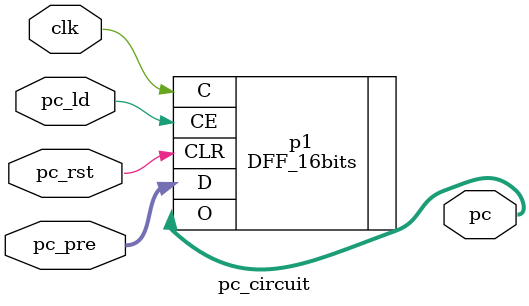
<source format=v>
`timescale 1ns / 1ps
module pc_circuit(
input [15:0] pc_pre,
input pc_ld, pc_rst, clk,
output [15:0] pc);

DFF_16bits p1(.D(pc_pre), .C(clk), .CE(pc_ld), .CLR(pc_rst), .O(pc));

endmodule

</source>
